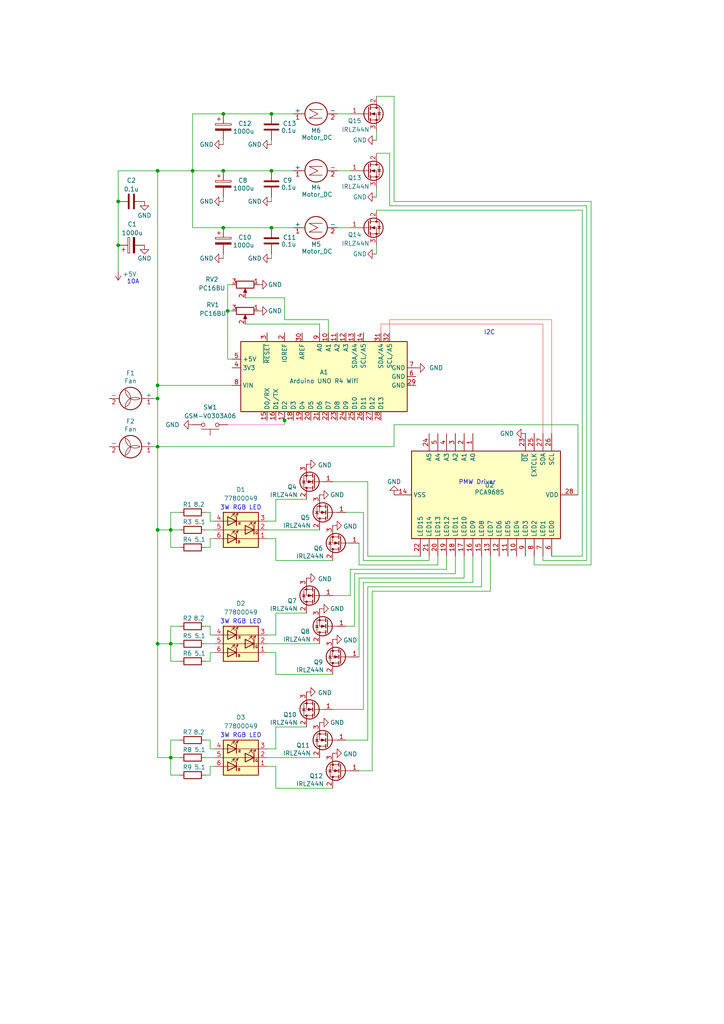
<source format=kicad_sch>
(kicad_sch (version 20250114) (generator "eeschema") (generator_version "9.0")
  (paper "A4" portrait)
  (lib_symbols
    (symbol "Device:C" (pin_numbers (hide yes)) (pin_names (offset 0.254))
      (property "Reference" "C" (at 0.635 2.54 0))
      (property "Value" "C" (at 0.635 -2.54 0))
      (symbol "C_0_1"
        (polyline (pts (xy -2.032 0.762) (xy 2.032 0.762)) (stroke (width 0.508)))
        (polyline (pts (xy -2.032 -0.762) (xy 2.032 -0.762)) (stroke (width 0.508)))
      )
      (symbol "C_1_1"
        (pin passive line (at 0 3.81 270) (length 2.794) (name "~") (number "1"))
        (pin passive line (at 0 -3.81 90) (length 2.794) (name "~") (number "2"))
      )
    )
    (symbol "Device:C_Polarized" (pin_numbers (hide yes)) (pin_names (offset 0.254))
      (property "Reference" "C" (at 0.635 2.54 0))
      (property "Value" "C_Polarized" (at 0.635 -2.54 0))
      (symbol "C_Polarized_0_1"
        (rectangle (start -2.286 0.508) (end 2.286 1.016))
        (polyline (pts (xy -1.778 2.286) (xy -0.762 2.286)))
        (polyline (pts (xy -1.27 2.794) (xy -1.27 1.778)))
        (rectangle (start 2.286 -0.508) (end -2.286 -1.016) (fill (type outline)))
      )
      (symbol "C_Polarized_1_1"
        (pin passive line (at 0 3.81 270) (length 2.794) (name "~") (number "1"))
        (pin passive line (at 0 -3.81 90) (length 2.794) (name "~") (number "2"))
      )
    )
    (symbol "Device:R" (pin_numbers (hide yes)) (pin_names (offset 0))
      (property "Reference" "R" (at 2.032 0 90))
      (property "Value" "R" (at 0 0 90))
      (symbol "R_0_1"
        (rectangle (start -1.016 -2.54) (end 1.016 2.54) (stroke (width 0.254)))
      )
      (symbol "R_1_1"
        (pin passive line (at 0 3.81 270) (length 1.27) (name "~") (number "1"))
        (pin passive line (at 0 -3.81 90) (length 1.27) (name "~") (number "2"))
      )
    )
    (symbol "Device:R_Potentiometer" (pin_names (offset 1.016) (hide yes))
      (property "Reference" "RV" (at -4.445 0 90))
      (property "Value" "R_Potentiometer" (at -2.54 0 90))
      (symbol "R_Potentiometer_0_1"
        (rectangle (start 1.016 2.54) (end -1.016 -2.54) (stroke (width 0.254)))
        (polyline (pts (xy 1.143 0) (xy 2.286 0.508) (xy 2.286 -0.508) (xy 1.143 0)) (fill (type outline)))
        (polyline (pts (xy 2.54 0) (xy 1.524 0)))
      )
      (symbol "R_Potentiometer_1_1"
        (pin passive line (at 0 3.81 270) (length 1.27) (name "1") (number "1"))
        (pin passive line (at 0 -3.81 90) (length 1.27) (name "3") (number "3"))
        (pin passive line (at 3.81 0 180) (length 1.27) (name "2") (number "2"))
      )
    )
    (symbol "Driver_LED:PCA9685PW"
      (property "Reference" "U" (at -12.7 22.225 0))
      (property "Value" "PCA9685PW" (at 1.27 22.225 0))
      (symbol "PCA9685PW_0_1"
        (rectangle (start -12.7 20.32) (end 12.7 -22.86) (stroke (width 0.254)) (fill (type background)))
      )
      (symbol "PCA9685PW_1_1"
        (pin input line (at -17.78 17.78 0) (length 5.08) (name "SCL") (number "26"))
        (pin bidirectional line (at -17.78 15.24 0) (length 5.08) (name "SDA") (number "27"))
        (pin input line (at -17.78 12.7 0) (length 5.08) (name "EXTCLK") (number "25"))
        (pin input line (at -17.78 10.16 0) (length 5.08) (name "~{OE}") (number "23"))
        (pin input line (at -17.78 -5.08 0) (length 5.08) (name "A0") (number "1"))
        (pin input line (at -17.78 -7.62 0) (length 5.08) (name "A1") (number "2"))
        (pin input line (at -17.78 -10.16 0) (length 5.08) (name "A2") (number "3"))
        (pin input line (at -17.78 -12.7 0) (length 5.08) (name "A3") (number "4"))
        (pin input line (at -17.78 -15.24 0) (length 5.08) (name "A4") (number "5"))
        (pin input line (at -17.78 -17.78 0) (length 5.08) (name "A5") (number "24"))
        (pin power_in line (at 0 25.4 270) (length 5.08) (name "VDD") (number "28"))
        (pin power_in line (at 0 -27.94 90) (length 5.08) (name "VSS") (number "14"))
        (pin output line (at 17.78 17.78 180) (length 5.08) (name "LED0") (number "6"))
        (pin output line (at 17.78 15.24 180) (length 5.08) (name "LED1") (number "7"))
        (pin output line (at 17.78 12.7 180) (length 5.08) (name "LED2") (number "8"))
        (pin output line (at 17.78 10.16 180) (length 5.08) (name "LED3") (number "9"))
        (pin output line (at 17.78 7.62 180) (length 5.08) (name "LED4") (number "10"))
        (pin output line (at 17.78 5.08 180) (length 5.08) (name "LED5") (number "11"))
        (pin output line (at 17.78 2.54 180) (length 5.08) (name "LED6") (number "12"))
        (pin output line (at 17.78 0 180) (length 5.08) (name "LED7") (number "13"))
        (pin output line (at 17.78 -2.54 180) (length 5.08) (name "LED8") (number "15"))
        (pin output line (at 17.78 -5.08 180) (length 5.08) (name "LED9") (number "16"))
        (pin output line (at 17.78 -7.62 180) (length 5.08) (name "LED10") (number "17"))
        (pin output line (at 17.78 -10.16 180) (length 5.08) (name "LED11") (number "18"))
        (pin output line (at 17.78 -12.7 180) (length 5.08) (name "LED12") (number "19"))
        (pin output line (at 17.78 -15.24 180) (length 5.08) (name "LED13") (number "20"))
        (pin output line (at 17.78 -17.78 180) (length 5.08) (name "LED14") (number "21"))
        (pin output line (at 17.78 -20.32 180) (length 5.08) (name "LED15") (number "22"))
      )
    )
    (symbol "LED:CLX6F-FKC" (pin_names (hide yes))
      (property "Reference" "D" (at -5.08 6.35 0))
      (property "Value" "CLX6F-FKC" (at -5.08 -6.35 0))
      (symbol "CLX6F-FKC_0_0"
        (text "B" (at -0.508 -3.4544 0) (effects (font (size 0.762 0.762))))
        (text "R" (at -0.381 1.8034 0) (effects (font (size 0.762 0.762))))
        (text "G" (at 4.5466 -0.8382 0) (effects (font (size 0.762 0.762))))
      )
      (symbol "CLX6F-FKC_0_1"
        (rectangle (start -5.08 5.08) (end 5.08 -5.08) (stroke (width 0.254)) (fill (type background)))
        (polyline (pts (xy -5.08 2.54) (xy 5.08 2.54)))
        (polyline (pts (xy -5.08 0) (xy 5.08 0)))
        (polyline (pts (xy -5.08 -2.54) (xy 5.08 -2.54)))
        (polyline (pts (xy -3.81 3.81) (xy -3.81 1.27) (xy -1.27 2.54) (xy -3.81 3.81)) (stroke (width 0.254)))
        (polyline (pts (xy -3.81 -1.27) (xy -3.81 -3.81) (xy -1.27 -2.54) (xy -3.81 -1.27)) (stroke (width 0.254)))
        (polyline (pts (xy -2.794 3.81) (xy -1.778 4.826)))
        (polyline (pts (xy -2.794 -1.27) (xy -1.778 -0.254)))
        (polyline (pts (xy -2.54 4.572) (xy -1.778 4.826) (xy -2.032 4.064)))
        (polyline (pts (xy -2.032 -1.016) (xy -1.778 -0.254) (xy -2.54 -0.508)))
        (polyline (pts (xy -1.778 3.81) (xy -0.762 4.826)))
        (polyline (pts (xy -1.778 -1.27) (xy -0.762 -0.254)))
        (polyline (pts (xy -1.524 4.572) (xy -0.762 4.826) (xy -1.016 4.064)))
        (polyline (pts (xy -1.524 -0.508) (xy -0.762 -0.254) (xy -1.016 -1.016)))
        (polyline (pts (xy -1.27 3.81) (xy -1.27 1.27)) (stroke (width 0.254)))
        (polyline (pts (xy -1.27 -1.27) (xy -1.27 -3.81)) (stroke (width 0.254)))
        (polyline (pts (xy 1.27 1.27) (xy 1.27 -1.27) (xy 3.81 0) (xy 1.27 1.27)) (stroke (width 0.254)))
        (polyline (pts (xy 2.286 1.27) (xy 3.302 2.286)))
        (polyline (pts (xy 3.048 1.524) (xy 3.302 2.286) (xy 2.54 2.032)))
        (polyline (pts (xy 3.302 1.27) (xy 4.318 2.286)))
        (polyline (pts (xy 3.556 2.032) (xy 4.318 2.286) (xy 4.064 1.524)))
        (polyline (pts (xy 3.81 1.27) (xy 3.81 -1.27)) (stroke (width 0.254)))
      )
      (symbol "CLX6F-FKC_1_1"
        (pin passive line (at -7.62 2.54 0) (length 2.54) (name "AR") (number "4"))
        (pin passive line (at -7.62 0 0) (length 2.54) (name "AG") (number "5"))
        (pin passive line (at -7.62 -2.54 0) (length 2.54) (name "AB") (number "6"))
        (pin passive line (at 7.62 2.54 180) (length 2.54) (name "KR") (number "3"))
        (pin passive line (at 7.62 0 180) (length 2.54) (name "KG") (number "2"))
        (pin passive line (at 7.62 -2.54 180) (length 2.54) (name "KB") (number "1"))
      )
    )
    (symbol "MCU_Module:Arduino_UNO_R3"
      (property "Reference" "A" (at -10.16 23.495 0))
      (property "Value" "Arduino_UNO_R3" (at 5.08 -26.67 0))
      (symbol "Arduino_UNO_R3_0_1"
        (rectangle (start -10.16 22.86) (end 10.16 -25.4) (stroke (width 0.254)) (fill (type background)))
      )
      (symbol "Arduino_UNO_R3_1_1"
        (pin bidirectional line (at -12.7 15.24 0) (length 2.54) (name "D0/RX") (number "15"))
        (pin bidirectional line (at -12.7 12.7 0) (length 2.54) (name "D1/TX") (number "16"))
        (pin bidirectional line (at -12.7 10.16 0) (length 2.54) (name "D2") (number "17"))
        (pin bidirectional line (at -12.7 7.62 0) (length 2.54) (name "D3") (number "18"))
        (pin bidirectional line (at -12.7 5.08 0) (length 2.54) (name "D4") (number "19"))
        (pin bidirectional line (at -12.7 2.54 0) (length 2.54) (name "D5") (number "20"))
        (pin bidirectional line (at -12.7 0 0) (length 2.54) (name "D6") (number "21"))
        (pin bidirectional line (at -12.7 -2.54 0) (length 2.54) (name "D7") (number "22"))
        (pin bidirectional line (at -12.7 -5.08 0) (length 2.54) (name "D8") (number "23"))
        (pin bidirectional line (at -12.7 -7.62 0) (length 2.54) (name "D9") (number "24"))
        (pin bidirectional line (at -12.7 -10.16 0) (length 2.54) (name "D10") (number "25"))
        (pin bidirectional line (at -12.7 -12.7 0) (length 2.54) (name "D11") (number "26"))
        (pin bidirectional line (at -12.7 -15.24 0) (length 2.54) (name "D12") (number "27"))
        (pin bidirectional line (at -12.7 -17.78 0) (length 2.54) (name "D13") (number "28"))
        (pin no_connect line (at -10.16 -20.32 0) (length 2.54) (hide yes) (name "NC") (number "1"))
        (pin power_in line (at -2.54 25.4 270) (length 2.54) (name "VIN") (number "8"))
        (pin power_in line (at -2.54 -27.94 90) (length 2.54) (name "GND") (number "29"))
        (pin power_in line (at 0 -27.94 90) (length 2.54) (name "GND") (number "6"))
        (pin power_out line (at 2.54 25.4 270) (length 2.54) (name "3V3") (number "4"))
        (pin power_in line (at 2.54 -27.94 90) (length 2.54) (name "GND") (number "7"))
        (pin power_out line (at 5.08 25.4 270) (length 2.54) (name "+5V") (number "5"))
        (pin input line (at 12.7 15.24 180) (length 2.54) (name "~{RESET}") (number "3"))
        (pin output line (at 12.7 10.16 180) (length 2.54) (name "IOREF") (number "2"))
        (pin input line (at 12.7 5.08 180) (length 2.54) (name "AREF") (number "30"))
        (pin bidirectional line (at 12.7 0 180) (length 2.54) (name "A0") (number "9"))
        (pin bidirectional line (at 12.7 -2.54 180) (length 2.54) (name "A1") (number "10"))
        (pin bidirectional line (at 12.7 -5.08 180) (length 2.54) (name "A2") (number "11"))
        (pin bidirectional line (at 12.7 -7.62 180) (length 2.54) (name "A3") (number "12"))
        (pin bidirectional line (at 12.7 -10.16 180) (length 2.54) (name "SDA/A4") (number "13"))
        (pin bidirectional line (at 12.7 -12.7 180) (length 2.54) (name "SCL/A5") (number "14"))
        (pin bidirectional line (at 12.7 -17.78 180) (length 2.54) (name "SDA/A4") (number "31"))
        (pin bidirectional line (at 12.7 -20.32 180) (length 2.54) (name "SCL/A5") (number "32"))
      )
    )
    (symbol "Motor:Fan" (pin_names (offset 0))
      (property "Reference" "M" (at 2.54 5.08 0))
      (property "Value" "Fan" (at 2.54 -2.54 0))
      (symbol "Fan_0_1"
        (arc (start 0 3.81) (mid -0.0015 0.9048) (end -2.54 -0.508))
        (polyline (pts (xy 0 4.572) (xy 0 5.08)))
        (polyline (pts (xy 0 4.2672) (xy 0 4.6228)))
        (circle (center 0 1.016) (radius 3.2512) (stroke (width 0.254)))
        (arc (start -2.54 -0.508) (mid 0 1.0618) (end 2.54 -0.508))
        (polyline (pts (xy 0 -2.2352) (xy 0 -2.6416)))
        (polyline (pts (xy 0 -5.08) (xy 0 -4.572)))
        (arc (start 2.54 -0.508) (mid 0.047 0.9315) (end 0 3.81))
      )
      (symbol "Fan_1_1"
        (pin passive line (at 0 7.62 270) (length 2.54) (name "+") (number "1"))
        (pin passive line (at 0 -5.08 90) (length 2.54) (name "-") (number "2"))
      )
    )
    (symbol "Motor:Motor_DC" (pin_names (offset 0))
      (property "Reference" "M" (at 2.54 2.54 0))
      (property "Value" "Motor_DC" (at 2.54 -5.08 0))
      (symbol "Motor_DC_0_0"
        (polyline (pts (xy -1.27 -3.302) (xy -1.27 0.508) (xy 0 -2.032) (xy 1.27 0.508) (xy 1.27 -3.302)))
      )
      (symbol "Motor_DC_0_1"
        (polyline (pts (xy 0 2.032) (xy 0 2.54)))
        (polyline (pts (xy 0 1.7272) (xy 0 2.0828)))
        (circle (center 0 -1.524) (radius 3.2512) (stroke (width 0.254)))
        (polyline (pts (xy 0 -4.7752) (xy 0 -5.1816)))
        (polyline (pts (xy 0 -7.62) (xy 0 -7.112)))
      )
      (symbol "Motor_DC_1_1"
        (pin passive line (at 0 5.08 270) (length 2.54) (name "+") (number "1"))
        (pin passive line (at 0 -7.62 90) (length 2.54) (name "-") (number "2"))
      )
    )
    (symbol "Switch:SW_Push" (pin_numbers (hide yes)) (pin_names (offset 1.016) (hide yes))
      (property "Reference" "SW" (at 1.27 2.54 0))
      (property "Value" "SW_Push" (at 0 -1.524 0))
      (symbol "SW_Push_0_1"
        (circle (center -2.032 0) (radius 0.508))
        (polyline (pts (xy 0 1.27) (xy 0 3.048)))
        (circle (center 2.032 0) (radius 0.508))
        (polyline (pts (xy 2.54 1.27) (xy -2.54 1.27)))
        (pin passive line (at -5.08 0 0) (length 2.54) (name "1") (number "1"))
        (pin passive line (at 5.08 0 180) (length 2.54) (name "2") (number "2"))
      )
    )
    (symbol "Transistor_FET:IRLZ44N" (pin_names (hide yes))
      (property "Reference" "Q" (at 5.08 1.905 0))
      (property "Value" "IRLZ44N" (at 5.08 0 0))
      (symbol "IRLZ44N_0_1"
        (polyline (pts (xy 0.254 1.905) (xy 0.254 -1.905)) (stroke (width 0.254)))
        (polyline (pts (xy 0.254 0) (xy -2.54 0)))
        (polyline (pts (xy 0.762 2.286) (xy 0.762 1.27)) (stroke (width 0.254)))
        (polyline (pts (xy 0.762 0.508) (xy 0.762 -0.508)) (stroke (width 0.254)))
        (polyline (pts (xy 0.762 -1.27) (xy 0.762 -2.286)) (stroke (width 0.254)))
        (polyline (pts (xy 0.762 -1.778) (xy 3.302 -1.778) (xy 3.302 1.778) (xy 0.762 1.778)))
        (polyline (pts (xy 1.016 0) (xy 2.032 0.381) (xy 2.032 -0.381) (xy 1.016 0)) (fill (type outline)))
        (circle (center 1.651 0) (radius 2.794) (stroke (width 0.254)))
        (polyline (pts (xy 2.54 2.54) (xy 2.54 1.778)))
        (circle (center 2.54 1.778) (radius 0.254) (fill (type outline)))
        (circle (center 2.54 -1.778) (radius 0.254) (fill (type outline)))
        (polyline (pts (xy 2.54 -2.54) (xy 2.54 0) (xy 0.762 0)))
        (polyline (pts (xy 2.794 0.508) (xy 2.921 0.381) (xy 3.683 0.381) (xy 3.81 0.254)))
        (polyline (pts (xy 3.302 0.381) (xy 2.921 -0.254) (xy 3.683 -0.254) (xy 3.302 0.381)))
      )
      (symbol "IRLZ44N_1_1"
        (pin input line (at -5.08 0 0) (length 2.54) (name "G") (number "1"))
        (pin passive line (at 2.54 5.08 270) (length 2.54) (name "D") (number "2"))
        (pin passive line (at 2.54 -5.08 90) (length 2.54) (name "S") (number "3"))
      )
    )
    (symbol "power:+12V" (power) (pin_numbers (hide yes)) (pin_names (offset 0) (hide yes))
      (property "Value" "+12V" (at 0 3.556 0))
      (symbol "+12V_0_1"
        (polyline (pts (xy -0.762 1.27) (xy 0 2.54)))
        (polyline (pts (xy 0 2.54) (xy 0.762 1.27)))
        (polyline (pts (xy 0 0) (xy 0 2.54)))
      )
      (symbol "+12V_1_1"
        (pin power_in line (at 0 0 90) (length 0) (name "~") (number "1"))
      )
    )
    (symbol "power:GND" (power) (pin_numbers (hide yes)) (pin_names (offset 0) (hide yes))
      (property "Value" "GND" (at 0 -3.81 0))
      (symbol "GND_0_1"
        (polyline (pts (xy 0 0) (xy 0 -1.27) (xy 1.27 -1.27) (xy 0 -2.54) (xy -1.27 -1.27) (xy 0 -1.27)))
      )
      (symbol "GND_1_1"
        (pin power_in line (at 0 0 270) (length 0) (name "~") (number "1"))
      )
    )
  )
  (text "PMW Driver" (at 138.43 139.954 0) (effects (font (size 1.27 1.27))))
  (text "3W RGB LED" (at 69.85 213.36 0) (effects (font (size 1.27 1.27))))
  (text "3W RGB LED" (at 69.85 147.32 0) (effects (font (size 1.27 1.27))))
  (text "3W RGB LED" (at 69.85 180.34 0) (effects (font (size 1.27 1.27))))
  (text "10A" (at 38.608 81.788 0) (effects (font (size 1.27 1.27))))
  (text "I2C" (at 141.986 96.52 0) (effects (font (size 1.27 1.27))))
  (junction (at 49.53 153.67))
  (junction (at 45.72 153.67))
  (junction (at 49.53 219.71))
  (junction (at 45.72 49.53))
  (junction (at 78.74 33.02))
  (junction (at 45.72 115.57))
  (junction (at 45.72 129.54))
  (junction (at 49.53 186.69))
  (junction (at 34.29 58.42))
  (junction (at 34.29 71.12))
  (junction (at 64.77 66.04))
  (junction (at 64.77 33.02))
  (junction (at 82.55 121.92))
  (junction (at 45.72 186.69))
  (junction (at 64.77 49.53))
  (junction (at 45.72 111.76))
  (junction (at 66.04 90.17))
  (junction (at 78.74 49.53))
  (junction (at 55.88 49.53))
  (junction (at 78.74 66.04))
  (wire (pts (xy 80.01 144.78) (xy 88.9 144.78)))
  (wire (pts (xy 157.48 93.98) (xy 157.48 125.73)) (stroke (width 0) (color 255 88 69 1)))
  (wire (pts (xy 60.96 224.79) (xy 60.96 222.25)))
  (wire (pts (xy 64.77 33.02) (xy 78.74 33.02)))
  (wire (pts (xy 80.01 162.56) (xy 96.52 162.56)))
  (wire (pts (xy 34.29 49.53) (xy 45.72 49.53)))
  (wire (pts (xy 80.01 184.15) (xy 80.01 177.8)))
  (wire (pts (xy 82.55 121.92) (xy 82.55 119.38)))
  (wire (pts (xy 154.94 163.83) (xy 171.45 163.83)))
  (wire (pts (xy 171.45 58.42) (xy 114.3 58.42)))
  (wire (pts (xy 49.53 186.69) (xy 49.53 181.61)))
  (wire (pts (xy 55.88 66.04) (xy 64.77 66.04)))
  (wire (pts (xy 49.53 214.63) (xy 52.07 214.63)))
  (wire (pts (xy 106.68 161.29) (xy 106.68 139.7)))
  (wire (pts (xy 167.64 143.51) (xy 167.64 123.19)))
  (wire (pts (xy 113.03 96.52) (xy 113.03 92.71)) (stroke (width 0) (color 255 88 69 1)))
  (wire (pts (xy 49.53 158.75) (xy 52.07 158.75)))
  (wire (pts (xy 45.72 153.67) (xy 49.53 153.67)))
  (wire (pts (xy 137.16 161.29) (xy 137.16 168.91)))
  (wire (pts (xy 110.49 93.98) (xy 157.48 93.98)) (stroke (width 0) (color 255 88 69 1)))
  (wire (pts (xy 82.55 86.36) (xy 71.12 86.36)))
  (wire (pts (xy 59.69 214.63) (xy 60.96 214.63)))
  (wire (pts (xy 59.69 224.79) (xy 60.96 224.79)))
  (wire (pts (xy 78.74 66.04) (xy 85.09 66.04)))
  (wire (pts (xy 82.55 123.19) (xy 82.55 121.92)))
  (wire (pts (xy 64.77 41.91) (xy 64.77 40.64)))
  (wire (pts (xy 60.96 148.59) (xy 60.96 151.13)))
  (wire (pts (xy 142.24 161.29) (xy 142.24 171.45)))
  (wire (pts (xy 60.96 156.21) (xy 62.23 156.21)))
  (wire (pts (xy 102.87 181.61) (xy 100.33 181.61)))
  (wire (pts (xy 105.41 168.91) (xy 105.41 205.74)))
  (wire (pts (xy 124.46 161.29) (xy 124.46 162.56)))
  (wire (pts (xy 100.33 214.63) (xy 106.68 214.63)))
  (wire (pts (xy 154.94 161.29) (xy 154.94 163.83)))
  (wire (pts (xy 59.69 148.59) (xy 60.96 148.59)))
  (wire (pts (xy 78.74 57.15) (xy 78.74 58.42)))
  (wire (pts (xy 80.01 156.21) (xy 80.01 162.56)))
  (wire (pts (xy 34.29 58.42) (xy 34.29 49.53)))
  (wire (pts (xy 49.53 153.67) (xy 49.53 148.59)))
  (wire (pts (xy 80.01 210.82) (xy 88.9 210.82)))
  (wire (pts (xy 77.47 151.13) (xy 80.01 151.13)))
  (wire (pts (xy 132.08 161.29) (xy 132.08 166.37)))
  (wire (pts (xy 82.55 119.38) (xy 82.55 121.92)) (stroke (width 0) (color 243 37 255 1)))
  (wire (pts (xy 55.88 49.53) (xy 55.88 66.04)))
  (wire (pts (xy 66.04 90.17) (xy 67.31 90.17)))
  (wire (pts (xy 97.79 66.04) (xy 101.6 66.04)))
  (wire (pts (xy 168.91 161.29) (xy 168.91 60.96)))
  (wire (pts (xy 60.96 214.63) (xy 60.96 217.17)))
  (wire (pts (xy 121.92 161.29) (xy 106.68 161.29)))
  (wire (pts (xy 100.33 148.59) (xy 105.41 148.59)))
  (wire (pts (xy 113.03 92.71) (xy 160.02 92.71)) (stroke (width 0) (color 255 88 69 1)))
  (wire (pts (xy 60.96 189.23) (xy 62.23 189.23)))
  (wire (pts (xy 114.3 123.19) (xy 114.3 129.54)))
  (wire (pts (xy 45.72 115.57) (xy 45.72 129.54)))
  (wire (pts (xy 45.72 153.67) (xy 45.72 186.69)))
  (wire (pts (xy 97.79 33.02) (xy 101.6 33.02)))
  (wire (pts (xy 132.08 166.37) (xy 102.87 166.37)))
  (wire (pts (xy 78.74 49.53) (xy 85.09 49.53)))
  (wire (pts (xy 66.04 104.14) (xy 67.31 104.14)))
  (wire (pts (xy 67.31 82.55) (xy 66.04 82.55)))
  (wire (pts (xy 77.47 184.15) (xy 80.01 184.15)))
  (wire (pts (xy 124.46 162.56) (xy 105.41 162.56)))
  (wire (pts (xy 44.45 115.57) (xy 45.72 115.57)))
  (wire (pts (xy 170.18 162.56) (xy 170.18 59.69)))
  (wire (pts (xy 77.47 217.17) (xy 80.01 217.17)))
  (wire (pts (xy 113.03 59.69) (xy 113.03 44.45)))
  (wire (pts (xy 78.74 33.02) (xy 85.09 33.02)))
  (wire (pts (xy 49.53 224.79) (xy 52.07 224.79)))
  (wire (pts (xy 107.95 223.52) (xy 104.14 223.52)))
  (wire (pts (xy 137.16 168.91) (xy 105.41 168.91)))
  (wire (pts (xy 113.03 44.45) (xy 109.22 44.45)))
  (wire (pts (xy 110.49 96.52) (xy 110.49 93.98)) (stroke (width 0) (color 255 88 69 1)))
  (wire (pts (xy 106.68 139.7) (xy 96.52 139.7)))
  (wire (pts (xy 101.6 172.72) (xy 96.52 172.72)))
  (wire (pts (xy 157.48 162.56) (xy 170.18 162.56)))
  (wire (pts (xy 82.55 92.71) (xy 82.55 86.36)))
  (wire (pts (xy 170.18 59.69) (xy 113.03 59.69)))
  (wire (pts (xy 171.45 163.83) (xy 171.45 58.42)))
  (wire (pts (xy 59.69 191.77) (xy 60.96 191.77)))
  (wire (pts (xy 134.62 167.64) (xy 104.14 167.64)))
  (wire (pts (xy 129.54 161.29) (xy 129.54 165.1)))
  (wire (pts (xy 139.7 170.18) (xy 106.68 170.18)))
  (wire (pts (xy 59.69 153.67) (xy 62.23 153.67)))
  (wire (pts (xy 45.72 111.76) (xy 67.31 111.76)))
  (wire (pts (xy 114.3 129.54) (xy 45.72 129.54)))
  (wire (pts (xy 64.77 74.93) (xy 64.77 73.66)))
  (wire (pts (xy 104.14 163.83) (xy 104.14 157.48)))
  (wire (pts (xy 66.04 123.19) (xy 82.55 123.19)) (stroke (width 0) (color 255 87 212 1)))
  (wire (pts (xy 60.96 151.13) (xy 62.23 151.13)))
  (wire (pts (xy 44.45 129.54) (xy 45.72 129.54)))
  (wire (pts (xy 49.53 219.71) (xy 52.07 219.71)))
  (wire (pts (xy 45.72 129.54) (xy 45.72 153.67)))
  (wire (pts (xy 160.02 92.71) (xy 160.02 125.73)) (stroke (width 0) (color 255 88 69 1)))
  (wire (pts (xy 139.7 161.29) (xy 139.7 170.18)))
  (wire (pts (xy 45.72 219.71) (xy 49.53 219.71)))
  (wire (pts (xy 64.77 33.02) (xy 55.88 33.02)))
  (wire (pts (xy 95.25 96.52) (xy 95.25 92.71)))
  (wire (pts (xy 109.22 40.64) (xy 109.22 38.1)))
  (wire (pts (xy 49.53 219.71) (xy 49.53 224.79)))
  (wire (pts (xy 127 163.83) (xy 104.14 163.83)))
  (wire (pts (xy 114.3 27.94) (xy 109.22 27.94)))
  (wire (pts (xy 97.79 49.53) (xy 101.6 49.53)))
  (wire (pts (xy 105.41 162.56) (xy 105.41 148.59)))
  (wire (pts (xy 49.53 219.71) (xy 49.53 214.63)))
  (wire (pts (xy 102.87 166.37) (xy 102.87 181.61)))
  (wire (pts (xy 66.04 82.55) (xy 66.04 90.17)))
  (wire (pts (xy 80.01 195.58) (xy 96.52 195.58)))
  (wire (pts (xy 129.54 165.1) (xy 101.6 165.1)))
  (wire (pts (xy 55.88 49.53) (xy 64.77 49.53)))
  (wire (pts (xy 78.74 73.66) (xy 78.74 74.93)))
  (wire (pts (xy 77.47 222.25) (xy 80.01 222.25)))
  (wire (pts (xy 167.64 123.19) (xy 114.3 123.19)))
  (wire (pts (xy 160.02 161.29) (xy 168.91 161.29)))
  (wire (pts (xy 60.96 217.17) (xy 62.23 217.17)))
  (wire (pts (xy 127 161.29) (xy 127 163.83)))
  (wire (pts (xy 105.41 205.74) (xy 96.52 205.74)))
  (wire (pts (xy 107.95 171.45) (xy 107.95 223.52)))
  (wire (pts (xy 49.53 181.61) (xy 52.07 181.61)))
  (wire (pts (xy 64.77 49.53) (xy 78.74 49.53)))
  (wire (pts (xy 77.47 189.23) (xy 80.01 189.23)))
  (wire (pts (xy 77.47 156.21) (xy 80.01 156.21)))
  (wire (pts (xy 45.72 111.76) (xy 45.72 115.57)))
  (wire (pts (xy 77.47 219.71) (xy 92.71 219.71)))
  (wire (pts (xy 95.25 92.71) (xy 82.55 92.71)))
  (wire (pts (xy 60.96 181.61) (xy 60.96 184.15)))
  (wire (pts (xy 49.53 153.67) (xy 49.53 158.75)))
  (wire (pts (xy 60.96 184.15) (xy 62.23 184.15)))
  (wire (pts (xy 80.01 177.8) (xy 88.9 177.8)))
  (wire (pts (xy 66.04 90.17) (xy 66.04 104.14)))
  (wire (pts (xy 80.01 189.23) (xy 80.01 195.58)))
  (wire (pts (xy 77.47 186.69) (xy 92.71 186.69)))
  (wire (pts (xy 49.53 191.77) (xy 52.07 191.77)))
  (wire (pts (xy 60.96 158.75) (xy 60.96 156.21)))
  (wire (pts (xy 142.24 171.45) (xy 107.95 171.45)))
  (wire (pts (xy 80.01 228.6) (xy 96.52 228.6)))
  (wire (pts (xy 92.71 93.98) (xy 71.12 93.98)))
  (wire (pts (xy 49.53 148.59) (xy 52.07 148.59)))
  (wire (pts (xy 80.01 222.25) (xy 80.01 228.6)))
  (wire (pts (xy 78.74 40.64) (xy 78.74 41.91)))
  (wire (pts (xy 45.72 186.69) (xy 49.53 186.69)))
  (wire (pts (xy 49.53 186.69) (xy 49.53 191.77)))
  (wire (pts (xy 157.48 161.29) (xy 157.48 162.56)))
  (wire (pts (xy 109.22 73.66) (xy 109.22 71.12)))
  (wire (pts (xy 45.72 186.69) (xy 45.72 219.71)))
  (wire (pts (xy 80.01 151.13) (xy 80.01 144.78)))
  (wire (pts (xy 45.72 49.53) (xy 55.88 49.53)))
  (wire (pts (xy 59.69 181.61) (xy 60.96 181.61)))
  (wire (pts (xy 60.96 191.77) (xy 60.96 189.23)))
  (wire (pts (xy 109.22 57.15) (xy 109.22 54.61)))
  (wire (pts (xy 59.69 158.75) (xy 60.96 158.75)))
  (wire (pts (xy 104.14 167.64) (xy 104.14 190.5)))
  (wire (pts (xy 77.47 153.67) (xy 92.71 153.67)))
  (wire (pts (xy 49.53 186.69) (xy 52.07 186.69)))
  (wire (pts (xy 64.77 66.04) (xy 78.74 66.04)))
  (wire (pts (xy 55.88 33.02) (xy 55.88 49.53)))
  (wire (pts (xy 134.62 161.29) (xy 134.62 167.64)))
  (wire (pts (xy 92.71 96.52) (xy 92.71 93.98)))
  (wire (pts (xy 59.69 219.71) (xy 62.23 219.71)))
  (wire (pts (xy 49.53 153.67) (xy 52.07 153.67)))
  (wire (pts (xy 168.91 60.96) (xy 109.22 60.96)))
  (wire (pts (xy 34.29 71.12) (xy 34.29 78.74)))
  (wire (pts (xy 106.68 170.18) (xy 106.68 214.63)))
  (wire (pts (xy 101.6 165.1) (xy 101.6 172.72)))
  (wire (pts (xy 64.77 58.42) (xy 64.77 57.15)))
  (wire (pts (xy 45.72 49.53) (xy 45.72 111.76)))
  (wire (pts (xy 114.3 58.42) (xy 114.3 27.94)))
  (wire (pts (xy 59.69 186.69) (xy 62.23 186.69)))
  (wire (pts (xy 34.29 58.42) (xy 34.29 71.12)))
  (wire (pts (xy 80.01 217.17) (xy 80.01 210.82)))
  (wire (pts (xy 60.96 222.25) (xy 62.23 222.25)))
  (symbol (lib_id "power:GND") (at 41.91 71.12 0) (unit 1)
    (property "Reference" "#PWR032" (effects (hide yes)))
    (property "Value" "GND" (at 41.91 74.93 0))
    (property "Description" "Power symbol creates a global label with name \"GND\" , ground" (effects (hide yes)))
  )
  (symbol (lib_id "Transistor_FET:IRLZ44N") (at 99.06 157.48 180) (unit 1)
    (property "Reference" "Q6" (at 93.726 159.004 0) (effects (justify left)))
    (property "Value" "IRLZ44N" (at 93.98 161.29 0) (effects (justify left)))
  )
  (symbol (lib_id "power:GND") (at 109.22 57.15 270) (unit 1)
    (property "Reference" "#PWR019" (effects (hide yes)))
    (property "Value" "GND" (at 104.394 57.15 90))
    (property "Description" "Power symbol creates a global label with name \"GND\" , ground" (effects (hide yes)))
  )
  (symbol (lib_id "Switch:SW_Push") (at 60.96 123.19 180) (unit 1)
    (property "Reference" "SW1" (at 60.96 118.11 0))
    (property "Value" "GSM-V0303A06" (at 60.96 120.65 0))
    (property "Description" "Push button switch, generic, two pins" (effects (hide yes)))
  )
  (symbol (lib_id "Device:C") (at 78.74 69.85 0) (unit 1)
    (property "Reference" "C11" (at 82.042 68.834 0) (effects (justify left)))
    (property "Value" "0.1u" (at 81.534 70.866 0) (effects (justify left)))
    (property "Description" "Unpolarized capacitor" (effects (hide yes)))
  )
  (symbol (lib_id "Device:R") (at 55.88 153.67 270) (unit 1)
    (property "Reference" "R3" (at 54.356 151.384 90))
    (property "Value" "5.1" (at 56.388 151.384 90) (effects (justify left)))
    (property "Description" "Resistor" (effects (hide yes)))
  )
  (symbol (lib_id "power:GND") (at 96.52 218.44 90) (unit 1)
    (property "Reference" "#PWR031" (effects (hide yes)))
    (property "Value" "GND" (at 101.6 218.694 90))
    (property "Description" "Power symbol creates a global label with name \"GND\" , ground" (effects (hide yes)))
  )
  (symbol (lib_id "power:GND") (at 88.9 200.66 90) (unit 1)
    (property "Reference" "#PWR029" (effects (hide yes)))
    (property "Value" "GND" (at 94.234 200.914 90))
    (property "Description" "Power symbol creates a global label with name \"GND\" , ground" (effects (hide yes)))
  )
  (symbol (lib_id "power:GND") (at 114.3 143.51 180) (unit 1)
    (property "Reference" "#PWR024" (effects (hide yes)))
    (property "Value" "GND" (at 112.268 139.7 0) (effects (justify right)))
    (property "Description" "Power symbol creates a global label with name \"GND\" , ground" (effects (hide yes)))
  )
  (symbol (lib_id "Device:R_Potentiometer") (at 71.12 90.17 270) (unit 1)
    (property "Reference" "RV1" (at 61.722 88.392 90))
    (property "Value" "PC16BU" (at 61.722 90.932 90))
    (property "Description" "Potentiometer" (effects (hide yes)))
  )
  (symbol (lib_id "Motor:Fan") (at 36.83 115.57 270) (unit 1)
    (property "Reference" "F1" (at 37.846 108.204 90))
    (property "Value" "Fan" (at 37.846 110.49 90))
    (property "Description" "Fan" (effects (hide yes)))
  )
  (symbol (lib_id "power:GND") (at 120.65 106.68 90) (unit 1)
    (property "Reference" "#PWR020" (effects (hide yes)))
    (property "Value" "GND" (at 124.46 106.6799 90) (effects (justify right)))
    (property "Description" "Power symbol creates a global label with name \"GND\" , ground" (effects (hide yes)))
  )
  (symbol (lib_id "Device:R_Potentiometer") (at 71.12 82.55 270) (unit 1)
    (property "Reference" "RV2" (at 61.468 81.026 90))
    (property "Value" "PC16BU" (at 61.468 83.566 90))
    (property "Description" "Potentiometer" (effects (hide yes)))
  )
  (symbol (lib_id "power:GND") (at 152.4 125.73 270) (unit 1)
    (property "Reference" "#PWR025" (effects (hide yes)))
    (property "Value" "GND" (at 149.098 125.73 90) (effects (justify right)))
    (property "Description" "Power symbol creates a global label with name \"GND\" , ground" (effects (hide yes)))
  )
  (symbol (lib_id "Device:C_Polarized") (at 64.77 36.83 0) (unit 1)
    (property "Reference" "C12" (at 69.088 35.814 0) (effects (justify left)))
    (property "Value" "1000u" (at 67.564 38.1 0) (effects (justify left)))
    (property "Description" "Polarized capacitor" (effects (hide yes)))
  )
  (symbol (lib_id "power:GND") (at 92.71 176.53 90) (unit 1)
    (property "Reference" "#PWR027" (effects (hide yes)))
    (property "Value" "GND" (at 97.79 176.53 90))
    (property "Description" "Power symbol creates a global label with name \"GND\" , ground" (effects (hide yes)))
  )
  (symbol (lib_id "LED:CLX6F-FKC") (at 69.85 219.71 0) (unit 1)
    (property "Reference" "D3" (at 69.85 208.026 0))
    (property "Value" "77800049" (at 69.85 210.566 0))
  )
  (symbol (lib_id "Device:R") (at 55.88 224.79 270) (unit 1)
    (property "Reference" "R9" (at 54.356 222.504 90))
    (property "Value" "5.1" (at 56.388 222.504 90) (effects (justify left)))
    (property "Description" "Resistor" (effects (hide yes)))
  )
  (symbol (lib_id "Transistor_FET:IRLZ44N") (at 91.44 139.7 180) (unit 1)
    (property "Reference" "Q4" (at 86.106 141.224 0) (effects (justify left)))
    (property "Value" "IRLZ44N" (at 86.36 143.51 0) (effects (justify left)))
  )
  (symbol (lib_id "power:GND") (at 74.93 90.17 90) (unit 1)
    (property "Reference" "#PWR05" (effects (hide yes)))
    (property "Value" "GND" (at 77.724 90.17 90) (effects (justify right)))
    (property "Description" "Power symbol creates a global label with name \"GND\" , ground" (effects (hide yes)))
  )
  (symbol (lib_id "Transistor_FET:IRLZ44N") (at 106.68 49.53 0) (unit 1)
    (property "Reference" "Q13" (at 102.87 51.562 0))
    (property "Value" "IRLZ44N" (at 103.124 54.102 0))
  )
  (symbol (lib_id "Transistor_FET:IRLZ44N") (at 95.25 181.61 180) (unit 1)
    (property "Reference" "Q8" (at 89.916 183.134 0) (effects (justify left)))
    (property "Value" "IRLZ44N" (at 90.17 185.42 0) (effects (justify left)))
  )
  (symbol (lib_id "power:GND") (at 96.52 185.42 90) (unit 1)
    (property "Reference" "#PWR028" (effects (hide yes)))
    (property "Value" "GND" (at 101.6 185.674 90))
    (property "Description" "Power symbol creates a global label with name \"GND\" , ground" (effects (hide yes)))
  )
  (symbol (lib_id "power:GND") (at 88.9 134.62 90) (unit 1)
    (property "Reference" "#PWR021" (effects (hide yes)))
    (property "Value" "GND" (at 94.234 134.874 90))
    (property "Description" "Power symbol creates a global label with name \"GND\" , ground" (effects (hide yes)))
  )
  (symbol (lib_id "Device:R") (at 55.88 148.59 270) (unit 1)
    (property "Reference" "R1" (at 54.356 146.304 90))
    (property "Value" "8.2" (at 56.134 146.304 90) (effects (justify left)))
    (property "Description" "Resistor" (effects (hide yes)))
  )
  (symbol (lib_id "Transistor_FET:IRLZ44N") (at 91.44 205.74 180) (unit 1)
    (property "Reference" "Q10" (at 86.106 207.264 0) (effects (justify left)))
    (property "Value" "IRLZ44N" (at 86.36 209.55 0) (effects (justify left)))
  )
  (symbol (lib_id "power:GND") (at 92.71 209.55 90) (unit 1)
    (property "Reference" "#PWR030" (effects (hide yes)))
    (property "Value" "GND" (at 97.79 209.55 90))
    (property "Description" "Power symbol creates a global label with name \"GND\" , ground" (effects (hide yes)))
  )
  (symbol (lib_id "LED:CLX6F-FKC") (at 69.85 186.69 0) (unit 1)
    (property "Reference" "D2" (at 69.85 175.006 0))
    (property "Value" "77800049" (at 69.85 177.546 0))
  )
  (symbol (lib_id "Transistor_FET:IRLZ44N") (at 95.25 214.63 180) (unit 1)
    (property "Reference" "Q11" (at 89.916 216.154 0) (effects (justify left)))
    (property "Value" "IRLZ44N" (at 90.17 218.44 0) (effects (justify left)))
  )
  (symbol (lib_id "Device:R") (at 55.88 219.71 270) (unit 1)
    (property "Reference" "R8" (at 54.356 217.424 90))
    (property "Value" "5.1" (at 56.388 217.424 90) (effects (justify left)))
    (property "Description" "Resistor" (effects (hide yes)))
  )
  (symbol (lib_id "power:GND") (at 88.9 167.64 90) (unit 1)
    (property "Reference" "#PWR026" (effects (hide yes)))
    (property "Value" "GND" (at 94.234 167.894 90))
    (property "Description" "Power symbol creates a global label with name \"GND\" , ground" (effects (hide yes)))
  )
  (symbol (lib_id "Device:R") (at 55.88 191.77 270) (unit 1)
    (property "Reference" "R6" (at 54.356 189.484 90))
    (property "Value" "5.1" (at 56.388 189.484 90) (effects (justify left)))
    (property "Description" "Resistor" (effects (hide yes)))
  )
  (symbol (lib_id "Transistor_FET:IRLZ44N") (at 95.25 148.59 180) (unit 1)
    (property "Reference" "Q5" (at 89.916 150.114 0) (effects (justify left)))
    (property "Value" "IRLZ44N" (at 90.17 152.4 0) (effects (justify left)))
  )
  (symbol (lib_id "power:GND") (at 78.74 41.91 270) (unit 1)
    (property "Reference" "#PWR042" (effects (hide yes)))
    (property "Value" "GND" (at 75.946 41.91 90) (effects (justify right)))
    (property "Description" "Power symbol creates a global label with name \"GND\" , ground" (effects (hide yes)))
  )
  (symbol (lib_id "power:GND") (at 109.22 40.64 270) (unit 1)
    (property "Reference" "#PWR043" (effects (hide yes)))
    (property "Value" "GND" (at 104.394 40.64 90))
    (property "Description" "Power symbol creates a global label with name \"GND\" , ground" (effects (hide yes)))
  )
  (symbol (lib_id "power:GND") (at 55.88 123.19 270) (unit 1)
    (property "Reference" "#PWR04" (effects (hide yes)))
    (property "Value" "GND" (at 52.07 123.1901 90) (effects (justify right)))
    (property "Description" "Power symbol creates a global label with name \"GND\" , ground" (effects (hide yes)))
  )
  (symbol (lib_id "Device:C") (at 38.1 58.42 90) (unit 1)
    (property "Reference" "C2" (at 38.1 52.324 90))
    (property "Value" "0.1u" (at 38.1 54.864 90))
    (property "Description" "Unpolarized capacitor" (effects (hide yes)))
  )
  (symbol (lib_id "Motor:Motor_DC") (at 90.17 33.02 90) (unit 1)
    (property "Reference" "M6" (at 91.694 37.846 90))
    (property "Value" "Motor_DC" (at 91.948 39.878 90))
    (property "Description" "DC Motor" (effects (hide yes)))
  )
  (symbol (lib_id "power:+12V") (at 34.29 78.74 180) (unit 1)
    (property "Reference" "#PWR02" (effects (hide yes)))
    (property "Value" "+5V" (at 35.56 79.502 0) (effects (justify right)))
    (property "Description" "Power symbol creates a global label with name \"+12V\"" (effects (hide yes)))
  )
  (symbol (lib_id "Motor:Fan") (at 36.83 129.54 270) (unit 1)
    (property "Reference" "F2" (at 37.846 122.174 90))
    (property "Value" "Fan" (at 37.846 124.46 90))
    (property "Description" "Fan" (effects (hide yes)))
  )
  (symbol (lib_id "Device:C") (at 78.74 53.34 0) (unit 1)
    (property "Reference" "C9" (at 82.042 52.324 0) (effects (justify left)))
    (property "Value" "0.1u" (at 81.534 54.356 0) (effects (justify left)))
    (property "Description" "Unpolarized capacitor" (effects (hide yes)))
  )
  (symbol (lib_id "power:GND") (at 96.52 152.4 90) (unit 1)
    (property "Reference" "#PWR023" (effects (hide yes)))
    (property "Value" "GND" (at 101.6 152.654 90))
    (property "Description" "Power symbol creates a global label with name \"GND\" , ground" (effects (hide yes)))
  )
  (symbol (lib_id "Device:C_Polarized") (at 64.77 53.34 0) (unit 1)
    (property "Reference" "C8" (at 69.088 52.324 0) (effects (justify left)))
    (property "Value" "1000u" (at 67.564 54.61 0) (effects (justify left)))
    (property "Description" "Polarized capacitor" (effects (hide yes)))
  )
  (symbol (lib_id "power:GND") (at 78.74 74.93 270) (unit 1)
    (property "Reference" "#PWR039" (effects (hide yes)))
    (property "Value" "GND" (at 75.946 74.93 90) (effects (justify right)))
    (property "Description" "Power symbol creates a global label with name \"GND\" , ground" (effects (hide yes)))
  )
  (symbol (lib_id "Transistor_FET:IRLZ44N") (at 99.06 223.52 180) (unit 1)
    (property "Reference" "Q12" (at 93.726 225.044 0) (effects (justify left)))
    (property "Value" "IRLZ44N" (at 93.98 227.33 0) (effects (justify left)))
  )
  (symbol (lib_id "power:GND") (at 64.77 41.91 270) (unit 1)
    (property "Reference" "#PWR041" (effects (hide yes)))
    (property "Value" "GND" (at 61.976 41.91 90) (effects (justify right)))
    (property "Description" "Power symbol creates a global label with name \"GND\" , ground" (effects (hide yes)))
  )
  (symbol (lib_id "power:GND") (at 78.74 58.42 270) (unit 1)
    (property "Reference" "#PWR037" (effects (hide yes)))
    (property "Value" "GND" (at 75.946 58.42 90) (effects (justify right)))
    (property "Description" "Power symbol creates a global label with name \"GND\" , ground" (effects (hide yes)))
  )
  (symbol (lib_id "power:GND") (at 74.93 82.55 90) (unit 1)
    (property "Reference" "#PWR034" (effects (hide yes)))
    (property "Value" "GND" (at 77.724 82.55 90) (effects (justify right)))
    (property "Description" "Power symbol creates a global label with name \"GND\" , ground" (effects (hide yes)))
  )
  (symbol (lib_id "Driver_LED:PCA9685PW") (at 142.24 143.51 270) (unit 1)
    (property "Reference" "U2" (at 141.986 140.716 90))
    (property "Value" "PCA9685" (at 141.986 142.748 90))
  )
  (symbol (lib_id "Device:C_Polarized") (at 64.77 69.85 0) (unit 1)
    (property "Reference" "C10" (at 69.088 68.834 0) (effects (justify left)))
    (property "Value" "1000u" (at 67.564 71.12 0) (effects (justify left)))
    (property "Description" "Polarized capacitor" (effects (hide yes)))
  )
  (symbol (lib_id "Motor:Motor_DC") (at 90.17 66.04 90) (unit 1)
    (property "Reference" "M5" (at 91.694 70.866 90))
    (property "Value" "Motor_DC" (at 91.948 72.898 90))
    (property "Description" "DC Motor" (effects (hide yes)))
  )
  (symbol (lib_id "Device:C_Polarized") (at 38.1 71.12 90) (unit 1)
    (property "Reference" "C1" (at 38.354 65.024 90))
    (property "Value" "1000u" (at 38.354 67.564 90))
    (property "Description" "Polarized capacitor" (effects (hide yes)))
  )
  (symbol (lib_id "power:GND") (at 64.77 58.42 270) (unit 1)
    (property "Reference" "#PWR036" (effects (hide yes)))
    (property "Value" "GND" (at 61.976 58.42 90) (effects (justify right)))
    (property "Description" "Power symbol creates a global label with name \"GND\" , ground" (effects (hide yes)))
  )
  (symbol (lib_id "Transistor_FET:IRLZ44N") (at 106.68 66.04 0) (unit 1)
    (property "Reference" "Q14" (at 102.87 68.072 0))
    (property "Value" "IRLZ44N" (at 103.124 70.612 0))
  )
  (symbol (lib_id "Motor:Motor_DC") (at 90.17 49.53 90) (unit 1)
    (property "Reference" "M4" (at 91.694 54.356 90))
    (property "Value" "Motor_DC" (at 91.948 56.388 90))
    (property "Description" "DC Motor" (effects (hide yes)))
  )
  (symbol (lib_id "LED:CLX6F-FKC") (at 69.85 153.67 0) (unit 1)
    (property "Reference" "D1" (at 69.85 141.986 0))
    (property "Value" "77800049" (at 69.85 144.526 0))
  )
  (symbol (lib_id "Transistor_FET:IRLZ44N") (at 106.68 33.02 0) (unit 1)
    (property "Reference" "Q15" (at 102.87 35.052 0))
    (property "Value" "IRLZ44N" (at 103.124 37.592 0))
  )
  (symbol (lib_id "Transistor_FET:IRLZ44N") (at 91.44 172.72 180) (unit 1)
    (property "Reference" "Q7" (at 86.106 174.244 0) (effects (justify left)))
    (property "Value" "IRLZ44N" (at 86.36 176.53 0) (effects (justify left)))
  )
  (symbol (lib_id "Transistor_FET:IRLZ44N") (at 99.06 190.5 180) (unit 1)
    (property "Reference" "Q9" (at 93.726 192.024 0) (effects (justify left)))
    (property "Value" "IRLZ44N" (at 93.98 194.31 0) (effects (justify left)))
  )
  (symbol (lib_id "power:GND") (at 64.77 74.93 270) (unit 1)
    (property "Reference" "#PWR038" (effects (hide yes)))
    (property "Value" "GND" (at 61.976 74.93 90) (effects (justify right)))
    (property "Description" "Power symbol creates a global label with name \"GND\" , ground" (effects (hide yes)))
  )
  (symbol (lib_id "Device:R") (at 55.88 186.69 270) (unit 1)
    (property "Reference" "R5" (at 54.356 184.404 90))
    (property "Value" "5.1" (at 56.388 184.404 90) (effects (justify left)))
    (property "Description" "Resistor" (effects (hide yes)))
  )
  (symbol (lib_id "Device:R") (at 55.88 214.63 270) (unit 1)
    (property "Reference" "R7" (at 54.356 212.344 90))
    (property "Value" "8.2" (at 56.134 212.344 90) (effects (justify left)))
    (property "Description" "Resistor" (effects (hide yes)))
  )
  (symbol (lib_id "Device:R") (at 55.88 181.61 270) (unit 1)
    (property "Reference" "R2" (at 54.356 179.324 90))
    (property "Value" "8.2" (at 56.134 179.324 90) (effects (justify left)))
    (property "Description" "Resistor" (effects (hide yes)))
  )
  (symbol (lib_id "MCU_Module:Arduino_UNO_R3") (at 92.71 109.22 90) (unit 1)
    (property "Reference" "A1" (at 93.98 107.95 90))
    (property "Value" "Arduino UNO R4 Wifi" (at 93.98 110.49 90))
  )
  (symbol (lib_id "power:GND") (at 41.91 58.42 0) (unit 1)
    (property "Reference" "#PWR010" (effects (hide yes)))
    (property "Value" "GND" (at 41.91 62.484 0))
    (property "Description" "Power symbol creates a global label with name \"GND\" , ground" (effects (hide yes)))
  )
  (symbol (lib_id "power:GND") (at 109.22 73.66 270) (unit 1)
    (property "Reference" "#PWR040" (effects (hide yes)))
    (property "Value" "GND" (at 104.394 73.66 90))
    (property "Description" "Power symbol creates a global label with name \"GND\" , ground" (effects (hide yes)))
  )
  (symbol (lib_id "Device:R") (at 55.88 158.75 270) (unit 1)
    (property "Reference" "R4" (at 54.356 156.464 90))
    (property "Value" "5.1" (at 56.388 156.464 90) (effects (justify left)))
    (property "Description" "Resistor" (effects (hide yes)))
  )
  (symbol (lib_id "Device:C") (at 78.74 36.83 0) (unit 1)
    (property "Reference" "C13" (at 82.042 35.814 0) (effects (justify left)))
    (property "Value" "0.1u" (at 81.534 37.846 0) (effects (justify left)))
    (property "Description" "Unpolarized capacitor" (effects (hide yes)))
  )
  (symbol (lib_id "power:GND") (at 92.71 143.51 90) (unit 1)
    (property "Reference" "#PWR022" (effects (hide yes)))
    (property "Value" "GND" (at 97.79 143.51 90))
    (property "Description" "Power symbol creates a global label with name \"GND\" , ground" (effects (hide yes)))
  )
)
</source>
